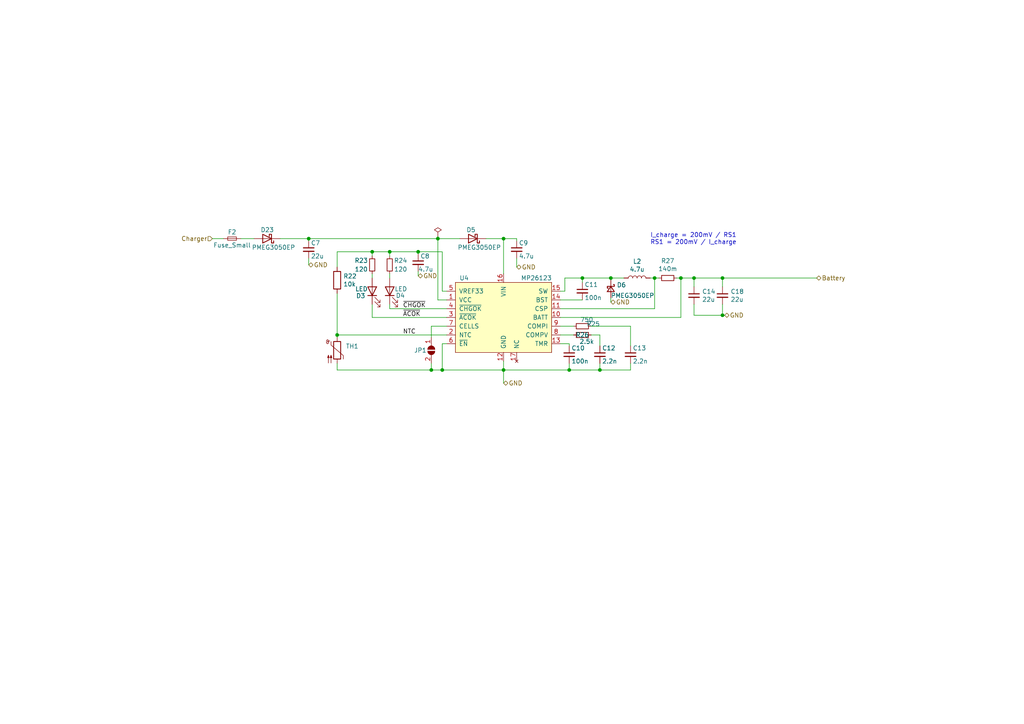
<source format=kicad_sch>
(kicad_sch (version 20211123) (generator eeschema)
  (paper "A4")
  (lib_symbols
    (symbol "Device:C_Small" (pin_numbers hide) (pin_names (offset 0.254) hide)
      (property "Reference" "C" (at 0.254 1.778 0))
      (property "Value" "C_Small" (at 0.254 -2.032 0))
      (symbol "C_Small_0_1"
        (polyline (pts (xy -1.524 -0.508) (xy 1.524 -0.508)) (stroke (width 0.3302)))
        (polyline (pts (xy -1.524 0.508) (xy 1.524 0.508)) (stroke (width 0.3048)))
      )
      (symbol "C_Small_1_1"
        (pin passive line (at 0 2.54 270) (length 2.032) (name "~") (number "1"))
        (pin passive line (at 0 -2.54 90) (length 2.032) (name "~") (number "2"))
      )
    )
    (symbol "Device:D_Schottky" (pin_numbers hide) (pin_names (offset 1.016) hide)
      (property "Reference" "D" (at 0 2.54 0))
      (property "Value" "D_Schottky" (at 0 -2.54 0))
      (symbol "D_Schottky_0_1"
        (polyline (pts (xy 1.27 0) (xy -1.27 0)))
        (polyline (pts (xy 1.27 1.27) (xy 1.27 -1.27) (xy -1.27 0) (xy 1.27 1.27)) (stroke (width 0.254)))
        (polyline (pts (xy -1.905 0.635) (xy -1.905 1.27) (xy -1.27 1.27) (xy -1.27 -1.27) (xy -0.635 -1.27) (xy -0.635 -0.635)) (stroke (width 0.254)))
      )
      (symbol "D_Schottky_1_1"
        (pin passive line (at -3.81 0 0) (length 2.54) (name "K") (number "1"))
        (pin passive line (at 3.81 0 180) (length 2.54) (name "A") (number "2"))
      )
    )
    (symbol "Device:D_Schottky_Small" (pin_numbers hide) (pin_names (offset 0.254) hide)
      (property "Reference" "D" (at -1.27 2.032 0))
      (property "Value" "D_Schottky_Small" (at -7.112 -2.032 0))
      (symbol "D_Schottky_Small_0_1"
        (polyline (pts (xy -0.762 0) (xy 0.762 0)))
        (polyline (pts (xy 0.762 -1.016) (xy -0.762 0) (xy 0.762 1.016) (xy 0.762 -1.016)) (stroke (width 0.254)))
        (polyline (pts (xy -1.27 0.762) (xy -1.27 1.016) (xy -0.762 1.016) (xy -0.762 -1.016) (xy -0.254 -1.016) (xy -0.254 -0.762)) (stroke (width 0.254)))
      )
      (symbol "D_Schottky_Small_1_1"
        (pin passive line (at -2.54 0 0) (length 1.778) (name "K") (number "1"))
        (pin passive line (at 2.54 0 180) (length 1.778) (name "A") (number "2"))
      )
    )
    (symbol "Device:Fuse_Small" (pin_numbers hide) (pin_names (offset 0.254) hide)
      (property "Reference" "F" (at 0 -1.524 0))
      (property "Value" "Fuse_Small" (at 0 1.524 0))
      (symbol "Fuse_Small_0_1"
        (rectangle (start -1.27 0.508) (end 1.27 -0.508))
        (polyline (pts (xy -1.27 0) (xy 1.27 0)))
      )
      (symbol "Fuse_Small_1_1"
        (pin passive line (at -2.54 0 0) (length 1.27) (name "~") (number "1"))
        (pin passive line (at 2.54 0 180) (length 1.27) (name "~") (number "2"))
      )
    )
    (symbol "Device:L" (pin_numbers hide) (pin_names (offset 1.016) hide)
      (property "Reference" "L" (at -1.27 0 90))
      (property "Value" "L" (at 1.905 0 90))
      (symbol "L_0_1"
        (arc (start 0 -2.54) (mid 0.635 -1.905) (end 0 -1.27))
        (arc (start 0 -1.27) (mid 0.635 -0.635) (end 0 0))
        (arc (start 0 0) (mid 0.635 0.635) (end 0 1.27))
        (arc (start 0 1.27) (mid 0.635 1.905) (end 0 2.54))
      )
      (symbol "L_1_1"
        (pin passive line (at 0 3.81 270) (length 1.27) (name "1") (number "1"))
        (pin passive line (at 0 -3.81 90) (length 1.27) (name "2") (number "2"))
      )
    )
    (symbol "Device:LED" (pin_numbers hide) (pin_names (offset 1.016) hide)
      (property "Reference" "D" (at 0 2.54 0))
      (property "Value" "LED" (at 0 -2.54 0))
      (symbol "LED_0_1"
        (polyline (pts (xy -1.27 -1.27) (xy -1.27 1.27)) (stroke (width 0.254)))
        (polyline (pts (xy -1.27 0) (xy 1.27 0)))
        (polyline (pts (xy 1.27 -1.27) (xy 1.27 1.27) (xy -1.27 0) (xy 1.27 -1.27)) (stroke (width 0.254)))
        (polyline (pts (xy -3.048 -0.762) (xy -4.572 -2.286) (xy -3.81 -2.286) (xy -4.572 -2.286) (xy -4.572 -1.524)))
        (polyline (pts (xy -1.778 -0.762) (xy -3.302 -2.286) (xy -2.54 -2.286) (xy -3.302 -2.286) (xy -3.302 -1.524)))
      )
      (symbol "LED_1_1"
        (pin passive line (at -3.81 0 0) (length 2.54) (name "K") (number "1"))
        (pin passive line (at 3.81 0 180) (length 2.54) (name "A") (number "2"))
      )
    )
    (symbol "Device:R" (pin_numbers hide) (pin_names (offset 0))
      (property "Reference" "R" (at 2.032 0 90))
      (property "Value" "R" (at 0 0 90))
      (symbol "R_0_1"
        (rectangle (start -1.016 -2.54) (end 1.016 2.54) (stroke (width 0.254)))
      )
      (symbol "R_1_1"
        (pin passive line (at 0 3.81 270) (length 1.27) (name "~") (number "1"))
        (pin passive line (at 0 -3.81 90) (length 1.27) (name "~") (number "2"))
      )
    )
    (symbol "Device:R_Small" (pin_numbers hide) (pin_names (offset 0.254) hide)
      (property "Reference" "R" (at 0.762 0.508 0))
      (property "Value" "R_Small" (at 0.762 -1.016 0))
      (symbol "R_Small_0_1"
        (rectangle (start -0.762 1.778) (end 0.762 -1.778) (stroke (width 0.2032)))
      )
      (symbol "R_Small_1_1"
        (pin passive line (at 0 2.54 270) (length 0.762) (name "~") (number "1"))
        (pin passive line (at 0 -2.54 90) (length 0.762) (name "~") (number "2"))
      )
    )
    (symbol "Jumper:SolderJumper_2_Open" (pin_names (offset 0) hide)
      (property "Reference" "JP" (at 0 2.032 0))
      (property "Value" "SolderJumper_2_Open" (at 0 -2.54 0))
      (symbol "SolderJumper_2_Open_0_1"
        (arc (start -0.254 1.016) (mid -1.27 0) (end -0.254 -1.016))
        (arc (start -0.254 1.016) (mid -1.27 0) (end -0.254 -1.016) (fill (type outline)))
        (polyline (pts (xy -0.254 1.016) (xy -0.254 -1.016)))
        (polyline (pts (xy 0.254 1.016) (xy 0.254 -1.016)))
        (arc (start 0.254 -1.016) (mid 1.27 0) (end 0.254 1.016))
        (arc (start 0.254 -1.016) (mid 1.27 0) (end 0.254 1.016) (fill (type outline)))
      )
      (symbol "SolderJumper_2_Open_1_1"
        (pin passive line (at -3.81 0 0) (length 2.54) (name "A") (number "1"))
        (pin passive line (at 3.81 0 180) (length 2.54) (name "B") (number "2"))
      )
    )
    (symbol "Sensor_Temperature:KT100" (pin_numbers hide) (pin_names (offset 0))
      (property "Reference" "TH" (at -4.445 0 90))
      (property "Value" "KT100" (at 3.175 0 90))
      (symbol "KT100_0_1"
        (arc (start -3.048 2.159) (mid -3.0505 2.3165) (end -3.175 2.413))
        (arc (start -3.048 2.159) (mid -2.9736 1.9794) (end -2.794 1.905))
        (arc (start -3.048 2.794) (mid -2.9736 2.6144) (end -2.794 2.54))
        (arc (start -2.794 1.905) (mid -2.6144 1.9794) (end -2.54 2.159))
        (arc (start -2.794 2.54) (mid -2.434 2.5608) (end -2.159 2.794))
        (arc (start -2.794 3.048) (mid -2.9736 2.9736) (end -3.048 2.794))
        (arc (start -2.54 2.794) (mid -2.6144 2.9736) (end -2.794 3.048))
        (rectangle (start -1.016 2.54) (end 1.016 -2.54) (stroke (width 0.254)))
        (polyline (pts (xy -2.54 2.159) (xy -2.54 2.794)))
        (polyline (pts (xy -1.778 2.54) (xy -1.778 1.524) (xy 1.778 -1.524) (xy 1.778 -2.54)))
        (polyline (pts (xy -2.54 -3.683) (xy -2.54 -1.397) (xy -2.794 -2.159) (xy -2.286 -2.159) (xy -2.54 -1.397) (xy -2.54 -1.651)) (fill (type outline)))
        (polyline (pts (xy -1.778 -3.683) (xy -1.778 -1.397) (xy -2.032 -2.159) (xy -1.524 -2.159) (xy -1.778 -1.397) (xy -1.778 -1.651)) (fill (type outline)))
      )
      (symbol "KT100_1_1"
        (pin passive line (at 0 3.81 270) (length 1.27) (name "~") (number "1"))
        (pin passive line (at 0 -3.81 90) (length 1.27) (name "~") (number "2"))
      )
    )
    (symbol "TXV_Library_Symbols:MP26123" (pin_names (offset 1.016))
      (property "Reference" "U" (at 0 0 0))
      (property "Value" "MP26123" (at 0 2.54 0))
      (symbol "MP26123_0_1"
        (rectangle (start 13.97 10.16) (end -13.97 -10.16) (fill (type background)))
      )
      (symbol "MP26123_1_1"
        (pin power_in line (at -16.51 5.08 0) (length 2.54) (name "VCC") (number "1"))
        (pin input line (at 16.51 0 180) (length 2.54) (name "BATT") (number "10"))
        (pin input line (at 16.51 2.54 180) (length 2.54) (name "CSP") (number "11"))
        (pin power_in line (at 0 -12.7 90) (length 2.54) (name "GND") (number "12"))
        (pin input line (at 16.51 -7.62 180) (length 2.54) (name "TMR") (number "13"))
        (pin output line (at 16.51 5.08 180) (length 2.54) (name "BST") (number "14"))
        (pin output line (at 16.51 7.62 180) (length 2.54) (name "SW") (number "15"))
        (pin input line (at 0 12.7 270) (length 2.54) (name "VIN") (number "16"))
        (pin no_connect line (at 3.81 -12.7 90) (length 2.54) (name "NC") (number "17"))
        (pin input line (at -16.51 -5.08 0) (length 2.54) (name "NTC") (number "2"))
        (pin open_collector line (at -16.51 0 0) (length 2.54) (name "~{ACOK}") (number "3"))
        (pin open_collector line (at -16.51 2.54 0) (length 2.54) (name "~{CHGOK}") (number "4"))
        (pin output line (at -16.51 7.62 0) (length 2.54) (name "VREF33") (number "5"))
        (pin input line (at -16.51 -7.62 0) (length 2.54) (name "~{EN}") (number "6"))
        (pin input line (at -16.51 -2.54 0) (length 2.54) (name "CELLS") (number "7"))
        (pin input line (at 16.51 -5.08 180) (length 2.54) (name "COMPV") (number "8"))
        (pin input line (at 16.51 -2.54 180) (length 2.54) (name "COMPI") (number "9"))
      )
    )
    (symbol "power:PWR_FLAG" (power) (pin_numbers hide) (pin_names (offset 0) hide)
      (property "Value" "PWR_FLAG" (at 0 3.81 0))
      (symbol "PWR_FLAG_0_0"
        (pin power_out line (at 0 0 90) (length 0) (name "pwr") (number "1"))
      )
      (symbol "PWR_FLAG_0_1"
        (polyline (pts (xy 0 0) (xy 0 1.27) (xy -1.016 1.905) (xy 0 2.54) (xy 1.016 1.905) (xy 0 1.27)))
      )
    )
  )
  (junction (at 168.91 80.645))
  (junction (at 173.99 107.315))
  (junction (at 121.285 73.025))
  (junction (at 146.05 69.215))
  (junction (at 127 69.215))
  (junction (at 146.05 107.315))
  (junction (at 209.55 91.44))
  (junction (at 113.03 73.025))
  (junction (at 97.79 97.155))
  (junction (at 125.095 107.315))
  (junction (at 197.485 80.645))
  (junction (at 177.165 80.645))
  (junction (at 128.27 107.315))
  (junction (at 201.295 80.645))
  (junction (at 107.95 73.025))
  (junction (at 189.865 80.645))
  (junction (at 209.55 80.645))
  (junction (at 89.535 69.215))
  (junction (at 165.1 107.315))
  (wire (pts (xy 162.56 86.995) (xy 168.91 86.995)))
  (wire (pts (xy 97.79 85.09) (xy 97.79 97.155)))
  (wire (pts (xy 173.99 107.315) (xy 173.99 105.41)))
  (wire (pts (xy 165.1 107.315) (xy 146.05 107.315)))
  (wire (pts (xy 162.56 89.535) (xy 189.865 89.535)))
  (wire (pts (xy 177.165 81.28) (xy 177.165 80.645)))
  (wire (pts (xy 201.295 88.265) (xy 201.295 91.44)))
  (wire (pts (xy 201.295 80.645) (xy 197.485 80.645)))
  (wire (pts (xy 182.88 107.315) (xy 173.99 107.315)))
  (wire (pts (xy 125.095 107.315) (xy 128.27 107.315)))
  (wire (pts (xy 129.54 99.695) (xy 128.27 99.695)))
  (wire (pts (xy 107.95 92.075) (xy 129.54 92.075)))
  (wire (pts (xy 97.79 107.315) (xy 97.79 105.41)))
  (wire (pts (xy 146.05 107.315) (xy 146.05 104.775)))
  (wire (pts (xy 146.05 107.315) (xy 146.05 111.125)))
  (wire (pts (xy 128.27 99.695) (xy 128.27 107.315)))
  (wire (pts (xy 89.535 76.835) (xy 89.535 74.93)))
  (wire (pts (xy 189.865 80.645) (xy 188.595 80.645)))
  (wire (pts (xy 162.56 97.155) (xy 166.37 97.155)))
  (wire (pts (xy 209.55 83.185) (xy 209.55 80.645)))
  (wire (pts (xy 107.95 73.025) (xy 113.03 73.025)))
  (wire (pts (xy 149.86 69.215) (xy 146.05 69.215)))
  (wire (pts (xy 177.165 80.645) (xy 168.91 80.645)))
  (wire (pts (xy 97.79 97.79) (xy 97.79 97.155)))
  (wire (pts (xy 146.05 69.215) (xy 146.05 79.375)))
  (wire (pts (xy 107.95 80.645) (xy 107.95 79.375)))
  (wire (pts (xy 129.54 86.995) (xy 127 86.995)))
  (wire (pts (xy 209.55 88.265) (xy 209.55 91.44)))
  (wire (pts (xy 113.03 73.025) (xy 113.03 74.295)))
  (wire (pts (xy 201.295 91.44) (xy 209.55 91.44)))
  (wire (pts (xy 107.95 73.025) (xy 107.95 74.295)))
  (wire (pts (xy 127 69.215) (xy 127 86.995)))
  (wire (pts (xy 168.91 80.645) (xy 163.83 80.645)))
  (wire (pts (xy 173.99 100.33) (xy 173.99 97.155)))
  (wire (pts (xy 171.45 94.615) (xy 182.88 94.615)))
  (wire (pts (xy 129.54 84.455) (xy 128.27 84.455)))
  (wire (pts (xy 149.86 69.85) (xy 149.86 69.215)))
  (wire (pts (xy 69.85 69.215) (xy 73.66 69.215)))
  (wire (pts (xy 113.03 89.535) (xy 129.54 89.535)))
  (wire (pts (xy 177.165 87.63) (xy 177.165 86.36)))
  (wire (pts (xy 81.28 69.215) (xy 89.535 69.215)))
  (wire (pts (xy 197.485 92.075) (xy 197.485 80.645)))
  (wire (pts (xy 113.03 79.375) (xy 113.03 80.645)))
  (wire (pts (xy 209.55 80.645) (xy 236.855 80.645)))
  (wire (pts (xy 125.095 94.615) (xy 125.095 97.79)))
  (wire (pts (xy 127 68.58) (xy 127 69.215)))
  (wire (pts (xy 128.27 84.455) (xy 128.27 73.025)))
  (wire (pts (xy 165.1 107.315) (xy 165.1 105.41)))
  (wire (pts (xy 97.79 97.155) (xy 129.54 97.155)))
  (wire (pts (xy 113.03 88.265) (xy 113.03 89.535)))
  (wire (pts (xy 182.88 105.41) (xy 182.88 107.315)))
  (wire (pts (xy 61.595 69.215) (xy 64.77 69.215)))
  (wire (pts (xy 89.535 69.215) (xy 89.535 69.85)))
  (wire (pts (xy 201.295 83.185) (xy 201.295 80.645)))
  (wire (pts (xy 97.79 77.47) (xy 97.79 73.025)))
  (wire (pts (xy 146.05 69.215) (xy 140.97 69.215)))
  (wire (pts (xy 113.03 73.025) (xy 121.285 73.025)))
  (wire (pts (xy 209.55 91.44) (xy 210.185 91.44)))
  (wire (pts (xy 146.05 107.315) (xy 128.27 107.315)))
  (wire (pts (xy 189.865 89.535) (xy 189.865 80.645)))
  (wire (pts (xy 162.56 92.075) (xy 197.485 92.075)))
  (wire (pts (xy 97.79 107.315) (xy 125.095 107.315)))
  (wire (pts (xy 97.79 73.025) (xy 107.95 73.025)))
  (wire (pts (xy 121.285 78.74) (xy 121.285 80.01)))
  (wire (pts (xy 168.91 80.645) (xy 168.91 81.915)))
  (wire (pts (xy 197.485 80.645) (xy 196.215 80.645)))
  (wire (pts (xy 191.135 80.645) (xy 189.865 80.645)))
  (wire (pts (xy 182.88 94.615) (xy 182.88 100.33)))
  (wire (pts (xy 201.295 80.645) (xy 209.55 80.645)))
  (wire (pts (xy 121.285 73.025) (xy 128.27 73.025)))
  (wire (pts (xy 162.56 99.695) (xy 165.1 99.695)))
  (wire (pts (xy 163.83 80.645) (xy 163.83 84.455)))
  (wire (pts (xy 121.285 73.025) (xy 121.285 73.66)))
  (wire (pts (xy 166.37 94.615) (xy 162.56 94.615)))
  (wire (pts (xy 133.35 69.215) (xy 127 69.215)))
  (wire (pts (xy 125.095 94.615) (xy 129.54 94.615)))
  (wire (pts (xy 173.99 97.155) (xy 171.45 97.155)))
  (wire (pts (xy 125.095 105.41) (xy 125.095 107.315)))
  (wire (pts (xy 163.83 84.455) (xy 162.56 84.455)))
  (wire (pts (xy 149.86 74.93) (xy 149.86 77.47)))
  (wire (pts (xy 89.535 69.215) (xy 127 69.215)))
  (wire (pts (xy 173.99 107.315) (xy 165.1 107.315)))
  (wire (pts (xy 177.165 80.645) (xy 180.975 80.645)))
  (wire (pts (xy 165.1 99.695) (xy 165.1 100.33)))
  (wire (pts (xy 107.95 88.265) (xy 107.95 92.075)))
  (text "I_charge = 200mV / RS1  \nRS1 = 200mV / I_charge" (at 188.595 71.12 0) (effects (font (size 1.27 1.27)) (justify left bottom)))
  (label "NTC" (at 116.84 97.155 0))
  (label "~{ACOK}" (at 116.84 92.075 0))
  (label "~{CHGOK}" (at 116.84 89.535 0))
  (hierarchical_label "Battery" (shape bidirectional) (at 236.855 80.645 0))
  (hierarchical_label "Charger" (shape input) (at 61.595 69.215 180))
  (hierarchical_label "GND" (shape bidirectional) (at 149.86 77.47 0))
  (hierarchical_label "GND" (shape bidirectional) (at 146.05 111.125 0))
  (hierarchical_label "GND" (shape bidirectional) (at 89.535 76.835 0))
  (hierarchical_label "GND" (shape bidirectional) (at 177.165 87.63 0))
  (hierarchical_label "GND" (shape bidirectional) (at 210.185 91.44 0))
  (hierarchical_label "GND" (shape bidirectional) (at 121.285 80.01 0))
  (symbol (lib_id "Device:D_Schottky_Small") (at 177.165 83.82 270)
    (property "Reference" "D6" (at 178.8922 82.6516 90) (effects (justify left)))
    (property "Value" "PMEG3050EP" (at 177.165 85.725 90) (effects (justify left)))
    (property "Footprint" "Diode_SMD:D_SOD-128" (effects hide))
  )
  (symbol (lib_id "Device:L") (at 184.785 80.645 90)
    (property "Reference" "L2" (at 184.785 75.819 90))
    (property "Value" "4.7u" (at 184.785 78.1304 90))
    (property "Footprint" "TXV_Library_Footprints:SRN4018TA-4R7M" (effects hide))
  )
  (symbol (lib_id "Device:R_Small") (at 107.95 76.835 0)
    (property "Reference" "R23" (at 104.775 75.565 0))
    (property "Value" "120" (at 104.775 78.105 0))
    (property "Footprint" "Resistor_SMD:R_0603_1608Metric" (effects hide))
  )
  (symbol (lib_id "Device:LED") (at 107.95 84.455 90)
    (property "Reference" "D3" (at 105.9688 85.8012 90) (effects (justify left)))
    (property "Value" "LED" (at 106.68 83.82 90) (effects (justify left)))
    (property "Footprint" "LED_SMD:LED_0603_1608Metric" (effects hide))
  )
  (symbol (lib_id "Device:R") (at 97.79 81.28 0)
    (property "Reference" "R22" (at 99.568 80.1116 0) (effects (justify left)))
    (property "Value" "10k" (at 99.568 82.423 0) (effects (justify left)))
    (property "Footprint" "Resistor_SMD:R_0603_1608Metric" (effects hide))
  )
  (symbol (lib_id "Device:D_Schottky") (at 77.47 69.215 180)
    (property "Reference" "D23" (at 75.565 66.675 0) (effects (justify right)))
    (property "Value" "PMEG3050EP" (at 73.025 71.755 0) (effects (justify right)))
    (property "Footprint" "Diode_SMD:D_SOD-128" (effects hide))
  )
  (symbol (lib_id "Device:R_Small") (at 113.03 76.835 0)
    (property "Reference" "R24" (at 116.205 75.565 0))
    (property "Value" "120" (at 116.205 78.105 0))
    (property "Footprint" "Resistor_SMD:R_0603_1608Metric" (effects hide))
  )
  (symbol (lib_id "Device:C_Small") (at 182.88 102.87 0)
    (property "Reference" "C13" (at 183.515 100.965 0) (effects (justify left)))
    (property "Value" "2.2n" (at 183.515 104.775 0) (effects (justify left)))
    (property "Footprint" "Capacitor_SMD:C_0603_1608Metric" (effects hide))
  )
  (symbol (lib_id "Device:C_Small") (at 173.99 102.87 0)
    (property "Reference" "C12" (at 174.625 100.965 0) (effects (justify left)))
    (property "Value" "2.2n" (at 174.625 104.775 0) (effects (justify left)))
    (property "Footprint" "Capacitor_SMD:C_0603_1608Metric" (effects hide))
  )
  (symbol (lib_id "Device:C_Small") (at 209.55 85.725 0)
    (property "Reference" "C18" (at 211.8868 84.5566 0) (effects (justify left)))
    (property "Value" "22u" (at 211.8868 86.868 0) (effects (justify left)))
    (property "Footprint" "Capacitor_SMD:C_0805_2012Metric" (effects hide))
  )
  (symbol (lib_id "Device:R_Small") (at 193.675 80.645 270)
    (property "Reference" "R27" (at 193.675 75.6666 90))
    (property "Value" "140m" (at 193.675 77.978 90))
    (property "Footprint" "Resistor_SMD:R_0805_2012Metric" (effects hide))
  )
  (symbol (lib_id "power:PWR_FLAG") (at 127 68.58 0)
    (property "Reference" "#FLG07" (effects hide))
    (property "Value" "PWR_FLAG" (effects hide))
  )
  (symbol (lib_id "Device:C_Small") (at 149.86 72.39 0)
    (property "Reference" "C9" (at 150.495 70.485 0) (effects (justify left)))
    (property "Value" "4.7u" (at 150.495 74.295 0) (effects (justify left)))
    (property "Footprint" "Capacitor_SMD:C_0603_1608Metric" (effects hide))
  )
  (symbol (lib_id "Device:C_Small") (at 201.295 85.725 0)
    (property "Reference" "C14" (at 203.6318 84.5566 0) (effects (justify left)))
    (property "Value" "22u" (at 203.6318 86.868 0) (effects (justify left)))
    (property "Footprint" "Capacitor_SMD:C_0805_2012Metric" (effects hide))
  )
  (symbol (lib_id "Device:C_Small") (at 165.1 102.87 0)
    (property "Reference" "C10" (at 165.735 100.965 0) (effects (justify left)))
    (property "Value" "100n" (at 165.735 104.775 0) (effects (justify left)))
    (property "Footprint" "Capacitor_SMD:C_0603_1608Metric" (effects hide))
  )
  (symbol (lib_id "Device:Fuse_Small") (at 67.31 69.215 0)
    (property "Reference" "F2" (at 67.31 67.31 0))
    (property "Value" "Fuse_Small" (at 67.31 71.12 0))
    (property "Footprint" "Resistor_SMD:R_0805_2012Metric_Pad1.20x1.40mm_HandSolder" (effects hide))
  )
  (symbol (lib_id "Device:D_Schottky") (at 137.16 69.215 180)
    (property "Reference" "D5" (at 135.255 66.675 0) (effects (justify right)))
    (property "Value" "PMEG3050EP" (at 132.715 71.755 0) (effects (justify right)))
    (property "Footprint" "Diode_SMD:D_SOD-128" (effects hide))
  )
  (symbol (lib_id "Device:R_Small") (at 168.91 97.155 270)
    (property "Reference" "R26" (at 168.91 97.155 90))
    (property "Value" "2.5k" (at 170.18 99.06 90))
    (property "Footprint" "Resistor_SMD:R_0603_1608Metric" (effects hide))
  )
  (symbol (lib_id "Device:C_Small") (at 168.91 84.455 0)
    (property "Reference" "C11" (at 169.545 82.55 0) (effects (justify left)))
    (property "Value" "100n" (at 169.545 86.36 0) (effects (justify left)))
    (property "Footprint" "Capacitor_SMD:C_0402_1005Metric" (effects hide))
  )
  (symbol (lib_id "Device:R_Small") (at 168.91 94.615 270)
    (property "Reference" "R25" (at 172.085 93.98 90))
    (property "Value" "750" (at 170.18 92.71 90))
    (property "Footprint" "Resistor_SMD:R_0603_1608Metric" (effects hide))
  )
  (symbol (lib_id "TXV_Library_Symbols:MP26123") (at 146.05 92.075 0)
    (property "Reference" "U4" (at 134.62 80.645 0))
    (property "Value" "MP26123" (at 155.575 80.645 0))
    (property "Footprint" "Package_DFN_QFN:QFN-16-1EP_4x4mm_P0.65mm_EP2.15x2.15mm_ThermalVias" (effects hide))
    (property "Datasheet" "https://www.monolithicpower.com/en/documentview/productdocument/index/version/2/document_type/Datasheet/lang/en/sku/MP26123/document_id/1398/" (effects hide))
  )
  (symbol (lib_id "Sensor_Temperature:KT100") (at 97.79 101.6 0)
    (property "Reference" "TH1" (at 100.2792 100.4316 0) (effects (justify left)))
    (property "Value" "Thermistor_NTC" (effects hide))
    (property "Footprint" "Connector_PinHeader_2.54mm:PinHeader_1x02_P2.54mm_Vertical" (effects hide))
    (property "Datasheet" "http://www.b-kainka.de/Daten/Sensor/kty10.pdf" (effects hide))
  )
  (symbol (lib_id "Jumper:SolderJumper_2_Open") (at 125.095 101.6 90) (mirror x)
    (property "Reference" "JP1" (at 121.92 101.6 90))
    (property "Value" "Jumper_2_Open" (effects hide))
    (property "Footprint" "Jumper:SolderJumper-2_P1.3mm_Open_RoundedPad1.0x1.5mm" (effects hide))
  )
  (symbol (lib_id "Device:C_Small") (at 121.285 76.2 0)
    (property "Reference" "C8" (at 121.92 74.295 0) (effects (justify left)))
    (property "Value" "4.7u" (at 121.285 78.105 0) (effects (justify left)))
    (property "Footprint" "Capacitor_SMD:C_0603_1608Metric" (effects hide))
  )
  (symbol (lib_id "Device:C_Small") (at 89.535 72.39 0)
    (property "Reference" "C7" (at 90.17 70.485 0) (effects (justify left)))
    (property "Value" "22u" (at 90.17 74.295 0) (effects (justify left)))
    (property "Footprint" "Capacitor_SMD:C_0805_2012Metric" (effects hide))
  )
  (symbol (lib_id "Device:LED") (at 113.03 84.455 90)
    (property "Reference" "D4" (at 117.475 85.725 90) (effects (justify left)))
    (property "Value" "LED" (at 118.11 83.82 90) (effects (justify left)))
    (property "Footprint" "LED_SMD:LED_0603_1608Metric" (effects hide))
  )
)
</source>
